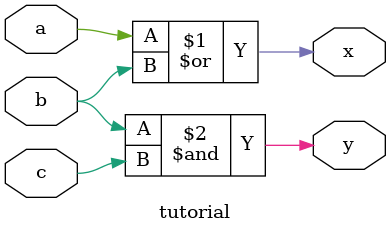
<source format=v>
`timescale 1ns / 1ps


module tutorial(
    input a,
    input b,
    input c,
    output x,
    output y
    );
    assign x = a | b;
    assign y = b & c;
endmodule

</source>
